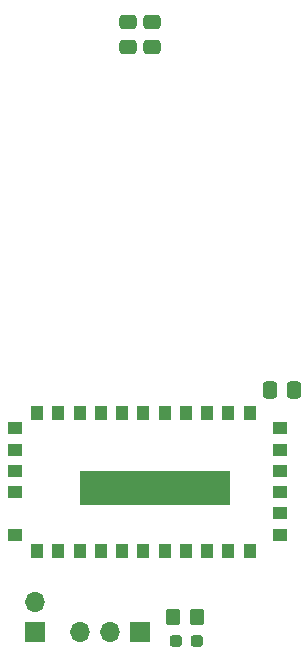
<source format=gts>
G04 #@! TF.GenerationSoftware,KiCad,Pcbnew,6.0.10*
G04 #@! TF.CreationDate,2023-06-20T13:49:35-05:00*
G04 #@! TF.ProjectId,sensor_sigfox_2,73656e73-6f72-45f7-9369-67666f785f32,rev?*
G04 #@! TF.SameCoordinates,Original*
G04 #@! TF.FileFunction,Soldermask,Top*
G04 #@! TF.FilePolarity,Negative*
%FSLAX46Y46*%
G04 Gerber Fmt 4.6, Leading zero omitted, Abs format (unit mm)*
G04 Created by KiCad (PCBNEW 6.0.10) date 2023-06-20 13:49:35*
%MOMM*%
%LPD*%
G01*
G04 APERTURE LIST*
G04 Aperture macros list*
%AMRoundRect*
0 Rectangle with rounded corners*
0 $1 Rounding radius*
0 $2 $3 $4 $5 $6 $7 $8 $9 X,Y pos of 4 corners*
0 Add a 4 corners polygon primitive as box body*
4,1,4,$2,$3,$4,$5,$6,$7,$8,$9,$2,$3,0*
0 Add four circle primitives for the rounded corners*
1,1,$1+$1,$2,$3*
1,1,$1+$1,$4,$5*
1,1,$1+$1,$6,$7*
1,1,$1+$1,$8,$9*
0 Add four rect primitives between the rounded corners*
20,1,$1+$1,$2,$3,$4,$5,0*
20,1,$1+$1,$4,$5,$6,$7,0*
20,1,$1+$1,$6,$7,$8,$9,0*
20,1,$1+$1,$8,$9,$2,$3,0*%
G04 Aperture macros list end*
%ADD10R,1.700000X1.700000*%
%ADD11O,1.700000X1.700000*%
%ADD12RoundRect,0.250000X0.475000X-0.337500X0.475000X0.337500X-0.475000X0.337500X-0.475000X-0.337500X0*%
%ADD13R,1.050000X1.250000*%
%ADD14R,1.250000X1.050000*%
%ADD15R,12.800000X2.880000*%
%ADD16RoundRect,0.250000X0.337500X0.475000X-0.337500X0.475000X-0.337500X-0.475000X0.337500X-0.475000X0*%
%ADD17RoundRect,0.237500X-0.287500X-0.237500X0.287500X-0.237500X0.287500X0.237500X-0.287500X0.237500X0*%
%ADD18RoundRect,0.250000X-0.350000X-0.450000X0.350000X-0.450000X0.350000X0.450000X-0.350000X0.450000X0*%
G04 APERTURE END LIST*
D10*
X126746000Y-89662000D03*
D11*
X124206000Y-89662000D03*
X121666000Y-89662000D03*
D10*
X117856000Y-89662000D03*
D11*
X117856000Y-87122000D03*
D12*
X125730000Y-40132000D03*
X125730000Y-38057000D03*
X127762000Y-40132000D03*
X127762000Y-38057000D03*
D13*
X119844000Y-82804000D03*
X121644000Y-82804000D03*
X123444000Y-82804000D03*
X125244000Y-82804000D03*
X127044000Y-82804000D03*
X128844000Y-82804000D03*
X130644000Y-82804000D03*
X132444000Y-82804000D03*
X134244000Y-82804000D03*
X136044000Y-82804000D03*
D14*
X138590000Y-81448000D03*
X138590000Y-79648000D03*
X138590000Y-77848000D03*
X138590000Y-76048000D03*
X138590000Y-74248000D03*
X138590000Y-72448000D03*
D13*
X136044000Y-71132000D03*
X134244000Y-71132000D03*
X132444000Y-71132000D03*
X130644000Y-71132000D03*
X128844000Y-71132000D03*
X127044000Y-71132000D03*
X125244000Y-71132000D03*
X123444000Y-71132000D03*
X121644000Y-71132000D03*
X119844000Y-71132000D03*
X118044000Y-71132000D03*
D14*
X116158000Y-72448000D03*
X116158000Y-74248000D03*
X116158000Y-76048000D03*
X116158000Y-77848000D03*
X116158000Y-81448000D03*
D13*
X118044000Y-82804000D03*
D15*
X128071000Y-77495000D03*
D16*
X139827000Y-69215000D03*
X137752000Y-69215000D03*
D17*
X129822000Y-90424000D03*
X131572000Y-90424000D03*
D18*
X129572000Y-88392000D03*
X131572000Y-88392000D03*
M02*

</source>
